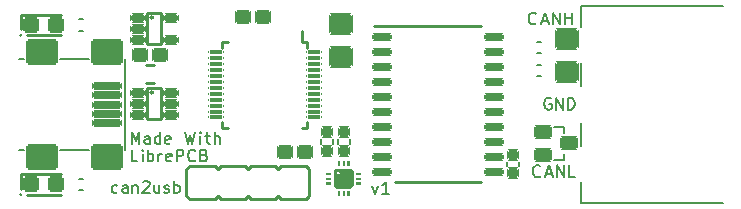
<source format=gbr>
G04 --- HEADER BEGIN --- *
G04 #@! TF.GenerationSoftware,LibrePCB,LibrePCB,0.2.0-unstable*
G04 #@! TF.CreationDate,2023-07-28T15:27:41*
G04 #@! TF.ProjectId,can2usb,565da67e-d1db-4e60-9fc1-0ba8a5c8bd0e,v1*
G04 #@! TF.Part,Single*
G04 #@! TF.SameCoordinates*
G04 #@! TF.FileFunction,Legend,Top*
G04 #@! TF.FilePolarity,Positive*
%FSLAX66Y66*%
%MOMM*%
G01*
G75*
G04 --- HEADER END --- *
G04 --- APERTURE LIST BEGIN --- *
%ADD10C,0.01*%
%ADD11C,0.2*%
%ADD12C,0.25*%
%ADD13C,0.15*%
%ADD14C,0.1524*%
%ADD15C,0.254*%
%AMROUNDEDRECT16*20,1,1.2,-0.55,0.0,0.55,0.0,90.0*20,1,1.0,-0.65,0.0,0.65,0.0,90.0*1,1,0.2,-0.5,-0.55*1,1,0.2,-0.5,0.55*1,1,0.2,0.5,0.55*1,1,0.2,0.5,-0.55*%
%ADD16ROUNDEDRECT16*%
%AMROUNDEDRECT17*20,1,1.2,-0.55,0.0,0.55,0.0,0.0*20,1,1.0,-0.65,0.0,0.65,0.0,0.0*1,1,0.2,-0.55,0.5*1,1,0.2,0.55,0.5*1,1,0.2,0.55,-0.5*1,1,0.2,-0.55,-0.5*%
%ADD17ROUNDEDRECT17*%
%ADD18O,1.787X2.39*%
%AMROUNDEDRECT19*20,1,1.787,-1.095,0.0,1.095,0.0,90.0*20,1,1.587,-1.195,0.0,1.195,0.0,90.0*1,1,0.2,-0.7935,-1.095*1,1,0.2,-0.7935,1.095*1,1,0.2,0.7935,1.095*1,1,0.2,0.7935,-1.095*%
%ADD19ROUNDEDRECT19*%
%AMROUNDEDRECT20*20,1,0.42,-0.55,0.0,0.55,0.0,0.0*20,1,0.22,-0.65,0.0,0.65,0.0,0.0*1,1,0.2,-0.55,0.11*1,1,0.2,0.55,0.11*1,1,0.2,0.55,-0.11*1,1,0.2,-0.55,-0.11*%
%ADD20ROUNDEDRECT20*%
%AMROUNDEDRECT21*20,1,0.42,-0.55,0.0,0.55,0.0,90.0*20,1,0.22,-0.65,0.0,0.65,0.0,90.0*1,1,0.2,-0.11,-0.55*1,1,0.2,-0.11,0.55*1,1,0.2,0.11,0.55*1,1,0.2,0.11,-0.55*%
%ADD21ROUNDEDRECT21*%
%AMROUNDEDRECT22*20,1,0.95,-0.625,0.0,0.625,0.0,90.0*20,1,0.75,-0.725,0.0,0.725,0.0,90.0*1,1,0.2,-0.375,-0.625*1,1,0.2,-0.375,0.625*1,1,0.2,0.375,0.625*1,1,0.2,0.375,-0.625*%
%ADD22ROUNDEDRECT22*%
%AMROUNDEDRECT23*20,1,0.95,-0.4,0.0,0.4,0.0,0.0*20,1,0.75,-0.5,0.0,0.5,0.0,0.0*1,1,0.2,-0.4,0.375*1,1,0.2,0.4,0.375*1,1,0.2,0.4,-0.375*1,1,0.2,-0.4,-0.375*%
%ADD23ROUNDEDRECT23*%
%ADD24O,4.2X2.74*%
%AMROUNDEDRECT25*20,1,1.4,-0.6,0.0,0.6,0.0,0.0*20,1,1.2,-0.7,0.0,0.7,0.0,0.0*1,1,0.2,-0.6,0.6*1,1,0.2,0.6,0.6*1,1,0.2,0.6,-0.6*1,1,0.2,-0.6,-0.6*%
%ADD25ROUNDEDRECT25*%
%AMROUNDEDRECT26*20,1,0.95,-0.4,0.0,0.4,0.0,90.0*20,1,0.75,-0.5,0.0,0.5,0.0,90.0*1,1,0.2,-0.375,-0.4*1,1,0.2,-0.375,0.4*1,1,0.2,0.375,0.4*1,1,0.2,0.375,-0.4*%
%ADD26ROUNDEDRECT26*%
%AMROUNDEDRECT27*20,1,1.2,-0.7,0.0,0.7,0.0,0.0*20,1,1.0,-0.8,0.0,0.8,0.0,0.0*1,1,0.2,-0.7,0.5*1,1,0.2,0.7,0.5*1,1,0.2,0.7,-0.5*1,1,0.2,-0.7,-0.5*%
%ADD27ROUNDEDRECT27*%
%AMROUNDEDRECT28*20,1,1.8,-0.9,0.0,0.9,0.0,0.0*20,1,1.6,-1.0,0.0,1.0,0.0,0.0*1,1,0.2,-0.9,0.8*1,1,0.2,0.9,0.8*1,1,0.2,0.9,-0.8*1,1,0.2,-0.9,-0.8*%
%ADD28ROUNDEDRECT28*%
%AMROUNDEDRECT29*20,1,0.68,-0.7675,0.0,0.7675,0.0,0.0*20,1,0.48,-0.8675,0.0,0.8675,0.0,0.0*1,1,0.2,-0.7675,0.24*1,1,0.2,0.7675,0.24*1,1,0.2,0.7675,-0.24*1,1,0.2,-0.7675,-0.24*%
%ADD29ROUNDEDRECT29*%
%AMROUNDEDRECT30*20,1,0.8,-0.55,0.0,0.55,0.0,0.0*20,1,0.6,-0.65,0.0,0.65,0.0,0.0*1,1,0.2,-0.55,0.3*1,1,0.2,0.55,0.3*1,1,0.2,0.55,-0.3*1,1,0.2,-0.55,-0.3*%
%ADD30ROUNDEDRECT30*%
%AMROUNDEDRECT31*20,1,2.2,-1.25,0.0,1.25,0.0,0.0*20,1,2.0,-1.35,0.0,1.35,0.0,0.0*1,1,0.2,-1.25,1.0*1,1,0.2,1.25,1.0*1,1,0.2,1.25,-1.0*1,1,0.2,-1.25,-1.0*%
%ADD31ROUNDEDRECT31*%
%AMROUNDEDRECT32*20,1,0.7,-1.15,0.0,1.15,0.0,0.0*20,1,0.5,-1.25,0.0,1.25,0.0,0.0*1,1,0.2,-1.15,0.25*1,1,0.2,1.15,0.25*1,1,0.2,1.15,-0.25*1,1,0.2,-1.15,-0.25*%
%ADD32ROUNDEDRECT32*%
%ADD33C,1.1*%
G04 --- APERTURE LIST END --- *
G04 --- BOARD BEGIN --- *
D10*
G04 #@! TO.C,LOGO1*
G36*
X28867500Y1642250D02*
X29287500Y1642250D01*
X29287500Y1442250D01*
X28867500Y1442250D01*
X28867500Y1642250D01*
G37*
G36*
X27707500Y3002250D02*
X27907500Y3002250D01*
X27907500Y3422250D01*
X27707500Y3422250D01*
X27707500Y3002250D01*
G37*
G36*
X27307500Y3002250D02*
X27507500Y3002250D01*
X27507500Y3422250D01*
X27307500Y3422250D01*
X27307500Y3002250D01*
G37*
G36*
X26747500Y2442250D02*
X26327500Y2442250D01*
X26327500Y2242250D01*
X26747500Y2242250D01*
X26747500Y2442250D01*
G37*
G36*
X27707500Y882250D02*
X27907500Y882250D01*
X27907500Y462250D01*
X27707500Y462250D01*
X27707500Y882250D01*
G37*
G36*
X27172500Y2789250D02*
X28442500Y2789250D01*
G02*
X28654500Y2577250I0J-212000D01*
G01*
X28654500Y1307250D01*
G02*
X28442500Y1095250I-212000J0D01*
G01*
X27172500Y1095250D01*
G02*
X26960500Y1307250I0J212000D01*
G01*
X26960500Y2407250D01*
X27175500Y2407250D01*
G03*
X27342500Y2240250I167000J0D01*
G01*
G03*
X27509500Y2407250I0J167000D01*
G01*
G03*
X27342500Y2574250I-167000J0D01*
G01*
G03*
X27175500Y2407250I0J-167000D01*
G01*
X26960500Y2407250D01*
X26960500Y2577250D01*
G02*
X27172500Y2789250I212000J0D01*
G01*
G37*
G36*
X28867500Y2442250D02*
X29287500Y2442250D01*
X29287500Y2242250D01*
X28867500Y2242250D01*
X28867500Y2442250D01*
G37*
G36*
X28107500Y3002250D02*
X28307500Y3002250D01*
X28307500Y3422250D01*
X28107500Y3422250D01*
X28107500Y3002250D01*
G37*
G36*
X26747500Y2042250D02*
X26327500Y2042250D01*
X26327500Y1842250D01*
X26747500Y1842250D01*
X26747500Y2042250D01*
G37*
G36*
X27307500Y882250D02*
X27507500Y882250D01*
X27507500Y462250D01*
X27307500Y462250D01*
X27307500Y882250D01*
G37*
G36*
X26747500Y1642250D02*
X26327500Y1642250D01*
X26327500Y1442250D01*
X26747500Y1442250D01*
X26747500Y1642250D01*
G37*
G36*
X28107500Y882250D02*
X28307500Y882250D01*
X28307500Y462250D01*
X28107500Y462250D01*
X28107500Y882250D01*
G37*
G36*
X28867500Y2042250D02*
X29287500Y2042250D01*
X29287500Y1842250D01*
X28867500Y1842250D01*
X28867500Y2042250D01*
G37*
D11*
X9846500Y4887500D02*
X9846500Y5887500D01*
X10179833Y5173056D01*
X10513167Y5887500D01*
X10513167Y4887500D01*
X11389834Y4887500D02*
X11389834Y5410833D01*
X11342056Y5506389D01*
X11246500Y5554167D01*
X11056500Y5554167D01*
X10960945Y5506389D01*
X11389834Y4935278D02*
X11294278Y4887500D01*
X11056500Y4887500D01*
X10960945Y4935278D01*
X10913167Y5030833D01*
X10913167Y5125278D01*
X10960945Y5220833D01*
X11056500Y5268611D01*
X11294278Y5268611D01*
X11389834Y5316389D01*
X12266501Y4887500D02*
X12266501Y5887500D01*
X12266501Y4935278D02*
X12170945Y4887500D01*
X11979834Y4887500D01*
X11885390Y4935278D01*
X11837612Y4983056D01*
X11789834Y5077500D01*
X11789834Y5364167D01*
X11837612Y5458611D01*
X11885390Y5506389D01*
X11979834Y5554167D01*
X12170945Y5554167D01*
X12266501Y5506389D01*
X13095390Y4935278D02*
X12999834Y4887500D01*
X12809834Y4887500D01*
X12714279Y4935278D01*
X12666501Y5030833D01*
X12666501Y5410833D01*
X12714279Y5506389D01*
X12809834Y5554167D01*
X12999834Y5554167D01*
X13095390Y5506389D01*
X13143168Y5410833D01*
X13143168Y5316389D01*
X12666501Y5220833D01*
X14343167Y5887500D02*
X14580945Y4887500D01*
X14772056Y5601944D01*
X14962056Y4887500D01*
X15199834Y5887500D01*
X15647612Y4887500D02*
X15647612Y5554167D01*
X15647612Y5887500D02*
X15599834Y5839722D01*
X15647612Y5791944D01*
X15695390Y5839722D01*
X15647612Y5887500D01*
X15647612Y5791944D01*
X16095390Y5554167D02*
X16476501Y5554167D01*
X16238723Y5887500D02*
X16238723Y5030833D01*
X16285390Y4935278D01*
X16380946Y4887500D01*
X16476501Y4887500D01*
X16876501Y4887500D02*
X16876501Y5887500D01*
X17305390Y4887500D02*
X17305390Y5410833D01*
X17257612Y5506389D01*
X17162057Y5554167D01*
X17019834Y5554167D01*
X16924279Y5506389D01*
X16876501Y5458611D01*
X10323167Y3407500D02*
X9846500Y3407500D01*
X9846500Y4407500D01*
X10770945Y3407500D02*
X10770945Y4074167D01*
X10770945Y4407500D02*
X10723167Y4359722D01*
X10770945Y4311944D01*
X10818723Y4359722D01*
X10770945Y4407500D01*
X10770945Y4311944D01*
X11218723Y3407500D02*
X11218723Y4407500D01*
X11218723Y4026389D02*
X11314279Y4074167D01*
X11504279Y4074167D01*
X11599834Y4026389D01*
X11647612Y3978611D01*
X11695390Y3884167D01*
X11695390Y3597500D01*
X11647612Y3503056D01*
X11599834Y3455278D01*
X11504279Y3407500D01*
X11314279Y3407500D01*
X11218723Y3455278D01*
X12095390Y3407500D02*
X12095390Y4074167D01*
X12095390Y3884167D02*
X12143168Y3978611D01*
X12190946Y4026389D01*
X12285390Y4074167D01*
X12380946Y4074167D01*
X13209835Y3455278D02*
X13114279Y3407500D01*
X12924279Y3407500D01*
X12828724Y3455278D01*
X12780946Y3550833D01*
X12780946Y3930833D01*
X12828724Y4026389D01*
X12924279Y4074167D01*
X13114279Y4074167D01*
X13209835Y4026389D01*
X13257613Y3930833D01*
X13257613Y3836389D01*
X12780946Y3740833D01*
X13657613Y3407500D02*
X13657613Y4407500D01*
X14038724Y4407500D01*
X14134280Y4359722D01*
X14180946Y4311944D01*
X14228724Y4217500D01*
X14228724Y4074167D01*
X14180946Y3978611D01*
X14134280Y3930833D01*
X14038724Y3884167D01*
X13657613Y3884167D01*
X15247613Y3503056D02*
X15199835Y3455278D01*
X15057613Y3407500D01*
X14962057Y3407500D01*
X14818724Y3455278D01*
X14724280Y3550833D01*
X14676502Y3645278D01*
X14628724Y3836389D01*
X14628724Y3978611D01*
X14676502Y4169722D01*
X14724280Y4264167D01*
X14818724Y4359722D01*
X14962057Y4407500D01*
X15057613Y4407500D01*
X15199835Y4359722D01*
X15247613Y4311944D01*
X15980946Y3930833D02*
X16124280Y3884167D01*
X16170946Y3836389D01*
X16218724Y3740833D01*
X16218724Y3597500D01*
X16170946Y3503056D01*
X16124280Y3455278D01*
X16028724Y3407500D01*
X15647613Y3407500D01*
X15647613Y4407500D01*
X15980946Y4407500D01*
X16076502Y4359722D01*
X16124280Y4311944D01*
X16170946Y4217500D01*
X16170946Y4121944D01*
X16124280Y4026389D01*
X16076502Y3978611D01*
X15980946Y3930833D01*
X15647613Y3930833D01*
D12*
G04 #@! TO.C,J3*
X24620000Y230500D02*
X22495000Y230500D01*
X22225000Y500500D01*
X21955000Y230500D01*
X19955000Y230500D01*
X19685000Y500500D01*
X19415000Y230500D01*
X17415000Y230500D01*
X17145000Y500500D01*
X16875000Y230500D01*
X14750000Y230500D01*
X14480000Y500500D01*
X14480000Y2750500D01*
X14750000Y3020500D01*
X16875000Y3020500D01*
X17145000Y2750500D01*
X17415000Y3020500D01*
X19415000Y3020500D01*
X19685000Y2750500D01*
X19955000Y3020500D01*
X21955000Y3020500D01*
X22225000Y2750500D01*
X22495000Y3020500D01*
X24620000Y3020500D01*
X24890000Y2750500D01*
X24890000Y500500D01*
X24620000Y230500D01*
G04 #@! TO.C,U1*
X17488750Y13015000D02*
X17488750Y13505000D01*
X17978750Y13505000D01*
X17488750Y6745000D02*
X17488750Y6255000D01*
X17978750Y6255000D01*
X24738750Y6745000D02*
X24738750Y6255000D01*
X24248750Y6255000D01*
X24738750Y13015000D02*
X24738750Y13505000D01*
X24248750Y13505000D01*
X24248750Y14455000D01*
G04 #@! TO.C,F1*
X11105000Y10082000D02*
X11755000Y10082000D01*
X11105000Y11582000D02*
X11755000Y11582000D01*
D13*
G04 #@! TO.C,R1*
X28300000Y4913000D02*
X28300000Y5263000D01*
X27350000Y4913000D02*
X27350000Y5263000D01*
D11*
G04 #@! TO.C,J2*
X47900000Y14760000D02*
X47900000Y16540000D01*
X59900000Y16540000D01*
X59900000Y-100000D02*
X47900000Y-100000D01*
X47900000Y1680000D01*
X47900000Y4680000D02*
X47900000Y6680000D01*
X47900000Y9760000D02*
X47900000Y11760000D01*
D12*
G04 #@! TO.C,LED2*
X3906250Y2341500D02*
X456250Y2341500D01*
X456250Y1091500D01*
X956250Y591500D02*
X3906250Y591500D01*
D10*
G36*
X606250Y591500D02*
G02*
X306250Y591500I-150000J0D01*
G01*
G02*
X606250Y591500I150000J0D01*
G01*
G37*
D13*
G04 #@! TO.C,R15*
X5381250Y991500D02*
X5731250Y991500D01*
X5381250Y1941500D02*
X5731250Y1941500D01*
D14*
G04 #@! TO.C,D1*
X46432566Y3513900D02*
X45619766Y3513900D01*
X45619766Y6358700D02*
X46432566Y6358700D01*
X46432566Y6358700D02*
X46432566Y5799900D01*
X46432566Y4072700D02*
X46432566Y3513900D01*
D12*
G04 #@! TO.C,U3*
X32150000Y1628000D02*
X39400000Y1628000D01*
X30400000Y14908000D02*
X39400000Y14908000D01*
D13*
G04 #@! TO.C,R10*
X5381250Y14484750D02*
X5731250Y14484750D01*
X5381250Y15434750D02*
X5731250Y15434750D01*
G04 #@! TO.C,L2*
X44536000Y11605000D02*
X44186000Y11605000D01*
X44536000Y10655000D02*
X44186000Y10655000D01*
G04 #@! TO.C,L1*
X44536000Y13513000D02*
X44186000Y13513000D01*
X44536000Y12563000D02*
X44186000Y12563000D01*
G04 #@! TO.C,R2*
X25919000Y5263000D02*
X25919000Y4913000D01*
X26869000Y5263000D02*
X26869000Y4913000D01*
D12*
G04 #@! TO.C,LED1*
X3906250Y15834750D02*
X456250Y15834750D01*
X456250Y14584750D01*
X956250Y14084750D02*
X3906250Y14084750D01*
D10*
G36*
X606250Y14084750D02*
G02*
X306250Y14084750I-150000J0D01*
G01*
G02*
X606250Y14084750I150000J0D01*
G01*
G37*
D15*
G04 #@! TO.C,U4*
X11174500Y9615000D02*
X12320500Y9615000D01*
X12320500Y6969000D01*
X11174500Y6969000D01*
X11174500Y9615000D01*
D10*
G36*
X11738000Y9244500D02*
G02*
X11357000Y9244500I-190500J0D01*
G01*
G02*
X11738000Y9244500I190500J0D01*
G01*
G37*
D15*
G04 #@! TO.C,U2*
X11174500Y15965000D02*
X12320500Y15965000D01*
X12320500Y13319000D01*
X11174500Y13319000D01*
X11174500Y15965000D01*
D10*
G36*
X11738000Y15594500D02*
G02*
X11357000Y15594500I-190500J0D01*
G01*
G02*
X11738000Y15594500I190500J0D01*
G01*
G37*
D11*
G04 #@! TO.C,J1*
X9300000Y12070000D02*
X9300000Y4370000D01*
X3800000Y12070000D02*
X6200000Y12070000D01*
X300000Y12070000D02*
X700000Y12070000D01*
X3800000Y4370000D02*
X6200000Y4370000D01*
X300000Y4370000D02*
X700000Y4370000D01*
D13*
G04 #@! TO.C,R3*
X41660000Y3355000D02*
X41660000Y3005000D01*
X42610000Y3355000D02*
X42610000Y3005000D01*
D11*
G04 #@! TD*
X44435801Y2171330D02*
X44388023Y2123552D01*
X44245801Y2075774D01*
X44150245Y2075774D01*
X44006912Y2123552D01*
X43912468Y2219107D01*
X43864690Y2313552D01*
X43816912Y2504663D01*
X43816912Y2646885D01*
X43864690Y2837996D01*
X43912468Y2932441D01*
X44006912Y3027996D01*
X44150245Y3075774D01*
X44245801Y3075774D01*
X44388023Y3027996D01*
X44435801Y2980218D01*
X44931357Y2361330D02*
X45406912Y2361330D01*
X44835801Y2075774D02*
X45169134Y3075774D01*
X45502468Y2075774D01*
X45902468Y2075774D02*
X45902468Y3075774D01*
X46473579Y2075774D01*
X46473579Y3075774D01*
X47350246Y2075774D02*
X46873579Y2075774D01*
X46873579Y3075774D01*
X8644667Y795278D02*
X8549111Y747500D01*
X8358000Y747500D01*
X8263556Y795278D01*
X8215778Y843056D01*
X8168000Y937500D01*
X8168000Y1224167D01*
X8215778Y1318611D01*
X8263556Y1366389D01*
X8358000Y1414167D01*
X8549111Y1414167D01*
X8644667Y1366389D01*
X9521334Y747500D02*
X9521334Y1270833D01*
X9473556Y1366389D01*
X9378000Y1414167D01*
X9188000Y1414167D01*
X9092445Y1366389D01*
X9521334Y795278D02*
X9425778Y747500D01*
X9188000Y747500D01*
X9092445Y795278D01*
X9044667Y890833D01*
X9044667Y985278D01*
X9092445Y1080833D01*
X9188000Y1128611D01*
X9425778Y1128611D01*
X9521334Y1176389D01*
X9921334Y1414167D02*
X9921334Y747500D01*
X9921334Y1318611D02*
X9969112Y1366389D01*
X10064667Y1414167D01*
X10206890Y1414167D01*
X10302445Y1366389D01*
X10350223Y1270833D01*
X10350223Y747500D01*
X10798001Y1651944D02*
X10845779Y1699722D01*
X10940223Y1747500D01*
X11179112Y1747500D01*
X11273556Y1699722D01*
X11321334Y1651944D01*
X11369112Y1557500D01*
X11369112Y1461944D01*
X11321334Y1318611D01*
X10750223Y747500D01*
X11369112Y747500D01*
X12198001Y1414167D02*
X12198001Y747500D01*
X11769112Y1414167D02*
X11769112Y890833D01*
X11816890Y795278D01*
X11912445Y747500D01*
X12054668Y747500D01*
X12150223Y795278D01*
X12198001Y843056D01*
X12598001Y795278D02*
X12693557Y747500D01*
X12883557Y747500D01*
X12979112Y795278D01*
X13026890Y890833D01*
X13026890Y937500D01*
X12979112Y1033056D01*
X12883557Y1080833D01*
X12741334Y1080833D01*
X12645779Y1128611D01*
X12598001Y1224167D01*
X12598001Y1270833D01*
X12645779Y1366389D01*
X12741334Y1414167D01*
X12883557Y1414167D01*
X12979112Y1366389D01*
X13426890Y747500D02*
X13426890Y1747500D01*
X13426890Y1366389D02*
X13522446Y1414167D01*
X13712446Y1414167D01*
X13808001Y1366389D01*
X13855779Y1318611D01*
X13903557Y1224167D01*
X13903557Y937500D01*
X13855779Y843056D01*
X13808001Y795278D01*
X13712446Y747500D01*
X13522446Y747500D01*
X13426890Y795278D01*
X30189500Y1334667D02*
X30427278Y668000D01*
X30666167Y1334667D01*
X31637278Y668000D02*
X31066167Y668000D01*
X31351723Y668000D02*
X31351723Y1668000D01*
X31256167Y1524667D01*
X31161723Y1430222D01*
X31066167Y1382444D01*
X44086400Y15096761D02*
X44038622Y15048983D01*
X43896400Y15001205D01*
X43800844Y15001205D01*
X43657511Y15048983D01*
X43563067Y15144538D01*
X43515289Y15238983D01*
X43467511Y15430094D01*
X43467511Y15572316D01*
X43515289Y15763427D01*
X43563067Y15857872D01*
X43657511Y15953427D01*
X43800844Y16001205D01*
X43896400Y16001205D01*
X44038622Y15953427D01*
X44086400Y15905649D01*
X44581956Y15286761D02*
X45057511Y15286761D01*
X44486400Y15001205D02*
X44819733Y16001205D01*
X45153067Y15001205D01*
X45553067Y15001205D02*
X45553067Y16001205D01*
X46124178Y15001205D01*
X46124178Y16001205D01*
X46524178Y15001205D02*
X46524178Y16001205D01*
X46524178Y15524538D02*
X47095289Y15524538D01*
X47095289Y15001205D02*
X47095289Y16001205D01*
X45360247Y8751996D02*
X45265803Y8799774D01*
X45122469Y8799774D01*
X44979136Y8751996D01*
X44884692Y8656441D01*
X44836914Y8561996D01*
X44789136Y8370885D01*
X44789136Y8228663D01*
X44836914Y8037552D01*
X44884692Y7943107D01*
X44979136Y7847552D01*
X45122469Y7799774D01*
X45218025Y7799774D01*
X45360247Y7847552D01*
X45408025Y7895330D01*
X45408025Y8228663D01*
X45218025Y8228663D01*
X45808025Y7799774D02*
X45808025Y8799774D01*
X46379136Y7799774D01*
X46379136Y8799774D01*
X46779136Y7799774D02*
X46779136Y8799774D01*
X47016914Y8799774D01*
X47160247Y8751996D01*
X47255803Y8656441D01*
X47302469Y8561996D01*
X47350247Y8370885D01*
X47350247Y8228663D01*
X47302469Y8037552D01*
X47255803Y7943107D01*
X47160247Y7847552D01*
X47016914Y7799774D01*
X46779136Y7799774D01*
%LPC*%
D16*
G04 #@! TO.C,C2*
X14605000Y13792000D03*
X14605000Y15492000D03*
D17*
G04 #@! TO.C,C1*
X10580000Y12419500D03*
X12280000Y12419500D03*
D16*
G04 #@! TO.C,C8*
X29415000Y14206000D03*
X29415000Y12506000D03*
D18*
G04 #@! TO.C,J3*
X20955000Y1625500D03*
D19*
X23495000Y1625500D03*
D18*
X15875000Y1625500D03*
X18415000Y1625500D03*
D20*
G04 #@! TO.C,U1*
X25263750Y8130000D03*
X25263750Y12130000D03*
X25263750Y11630000D03*
X16963750Y8130000D03*
D21*
X21863750Y5730000D03*
D20*
X16963750Y11630000D03*
X16963750Y7130000D03*
D21*
X18363750Y5730000D03*
D20*
X25263750Y9130000D03*
X25263750Y7130000D03*
D21*
X18363750Y14030000D03*
X22363750Y5730000D03*
D20*
X25263750Y11130000D03*
D21*
X22363750Y14030000D03*
X19863750Y14030000D03*
D20*
X16963750Y8630000D03*
X16963750Y11130000D03*
X16963750Y12130000D03*
D21*
X19363750Y14030000D03*
X20863750Y5730000D03*
X18863750Y14030000D03*
D20*
X16963750Y7630000D03*
D21*
X23863750Y14030000D03*
X20363750Y5730000D03*
D20*
X25263750Y8630000D03*
D21*
X21363750Y14030000D03*
X20863750Y14030000D03*
X18863750Y5730000D03*
D20*
X16963750Y9630000D03*
D21*
X23363750Y14030000D03*
D20*
X25263750Y12630000D03*
X25263750Y7630000D03*
D21*
X19363750Y5730000D03*
X22863750Y5730000D03*
X21863750Y14030000D03*
D20*
X16963750Y9130000D03*
X16963750Y10130000D03*
D21*
X20363750Y14030000D03*
D20*
X25263750Y9630000D03*
D21*
X23863750Y5730000D03*
D20*
X25263750Y10630000D03*
X16963750Y10630000D03*
D21*
X22863750Y14030000D03*
X23363750Y5730000D03*
X19863750Y5730000D03*
D20*
X16963750Y12630000D03*
X25263750Y10130000D03*
D21*
X21363750Y5730000D03*
D16*
G04 #@! TO.C,C9*
X27666000Y10072000D03*
X27666000Y8372000D03*
D22*
G04 #@! TO.C,F1*
X12405000Y10832000D03*
X10455000Y10832000D03*
D23*
G04 #@! TO.C,R1*
X27825000Y5863000D03*
X27825000Y4313000D03*
D24*
G04 #@! TO.C,J2*
X50000000Y3140000D03*
X50000000Y8220000D03*
X50000000Y13300000D03*
D25*
G04 #@! TO.C,LED2*
X3431250Y1466500D03*
X1331250Y1466500D03*
D26*
G04 #@! TO.C,R15*
X6331250Y1466500D03*
X4781250Y1466500D03*
D27*
G04 #@! TO.C,D1*
X44672166Y3986300D03*
X46872166Y4936300D03*
X44672166Y5886300D03*
D28*
G04 #@! TO.C,C7*
X27548750Y15040250D03*
X27548750Y12240250D03*
D16*
G04 #@! TO.C,C13*
X43884000Y7418000D03*
X43884000Y9118000D03*
D29*
G04 #@! TO.C,U3*
X31043000Y11443000D03*
X31043000Y8903000D03*
X40507000Y2553000D03*
X40507000Y12713000D03*
X31043000Y3823000D03*
X40507000Y3823000D03*
X40507000Y13983000D03*
X40507000Y5093000D03*
X40507000Y8903000D03*
X40507000Y6363000D03*
X40507000Y10173000D03*
X40507000Y7633000D03*
X31043000Y12713000D03*
X31043000Y5093000D03*
X31043000Y10173000D03*
X40507000Y11443000D03*
X31043000Y6363000D03*
X31043000Y13983000D03*
X31043000Y2553000D03*
X31043000Y7633000D03*
D26*
G04 #@! TO.C,R10*
X6331250Y14959750D03*
X4781250Y14959750D03*
D16*
G04 #@! TO.C,C14*
X42294000Y7418000D03*
X42294000Y9118000D03*
D26*
G04 #@! TO.C,L2*
X43586000Y11130000D03*
X45136000Y11130000D03*
G04 #@! TO.C,L1*
X43586000Y13038000D03*
X45136000Y13038000D03*
D16*
G04 #@! TO.C,C3*
X25599000Y15478000D03*
X25599000Y13778000D03*
D23*
G04 #@! TO.C,R2*
X26394000Y4313000D03*
X26394000Y5863000D03*
D16*
G04 #@! TO.C,C5*
X15398750Y8508000D03*
X15398750Y6808000D03*
G04 #@! TO.C,C12*
X42294000Y11234000D03*
X42294000Y12934000D03*
D25*
G04 #@! TO.C,LED1*
X3431250Y14959750D03*
X1331250Y14959750D03*
D30*
G04 #@! TO.C,U4*
X13147500Y8292000D03*
X10347500Y8292000D03*
X13147500Y9242000D03*
X10347500Y9242000D03*
X10347500Y7342000D03*
X13147500Y7342000D03*
D16*
G04 #@! TO.C,C10*
X29256000Y10072000D03*
X29256000Y8372000D03*
D30*
G04 #@! TO.C,U2*
X13147500Y15592000D03*
X10347500Y13692000D03*
X10347500Y14642000D03*
X10347500Y15592000D03*
X13147500Y13692000D03*
D31*
G04 #@! TO.C,J1*
X2250000Y3770000D03*
X7750000Y12670000D03*
X7750000Y3770000D03*
X2250000Y12670000D03*
D32*
X7750000Y9020000D03*
X7750000Y9820000D03*
X7750000Y8220000D03*
X7750000Y6620000D03*
X7750000Y7420000D03*
D33*
G04 #@! TD*
X5200000Y10420000D03*
X5200000Y6020000D03*
D28*
G04 #@! TO.C,C11*
X46746000Y11002000D03*
X46746000Y13802000D03*
D23*
G04 #@! TO.C,R3*
X42135000Y2405000D03*
X42135000Y3955000D03*
D17*
G04 #@! TO.C,C6*
X21011250Y15595000D03*
X19311250Y15595000D03*
G04 #@! TO.C,C4*
X22803750Y4165000D03*
X24503750Y4165000D03*
G04 --- BOARD END --- *
G04 #@! TF.MD5,83d23373a5f8d94d3fdd81d2a978ca57*
M02*

</source>
